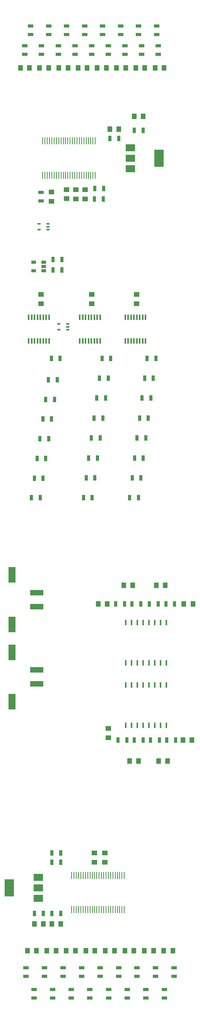
<source format=gtp>
G04 #@! TF.GenerationSoftware,KiCad,Pcbnew,5.1.5-52549c5~84~ubuntu18.04.1*
G04 #@! TF.CreationDate,2020-01-27T20:19:36-05:00*
G04 #@! TF.ProjectId,BMS_peripheral,424d535f-7065-4726-9970-686572616c2e,rev?*
G04 #@! TF.SameCoordinates,Original*
G04 #@! TF.FileFunction,Paste,Top*
G04 #@! TF.FilePolarity,Positive*
%FSLAX46Y46*%
G04 Gerber Fmt 4.6, Leading zero omitted, Abs format (unit mm)*
G04 Created by KiCad (PCBNEW 5.1.5-52549c5~84~ubuntu18.04.1) date 2020-01-27 20:19:36*
%MOMM*%
%LPD*%
G04 APERTURE LIST*
%ADD10R,1.060000X0.650000*%
%ADD11R,0.700000X1.300000*%
%ADD12R,0.400000X1.200000*%
%ADD13R,1.250000X1.000000*%
%ADD14R,1.000000X1.250000*%
%ADD15R,2.000000X1.500000*%
%ADD16R,2.000000X3.800000*%
%ADD17R,1.300000X0.700000*%
%ADD18R,0.300000X1.200000*%
%ADD19R,0.250000X1.500000*%
%ADD20R,0.650000X0.400000*%
%ADD21R,1.650000X3.430000*%
%ADD22R,2.920000X1.270000*%
G04 APERTURE END LIST*
D10*
X124884000Y-170876000D03*
X124884000Y-168976000D03*
X127084000Y-168976000D03*
X127084000Y-169926000D03*
X127084000Y-170876000D03*
D11*
X145862000Y-220428820D03*
X147762000Y-220428820D03*
X146406285Y-216080702D03*
X148306285Y-216080702D03*
X146950570Y-211732585D03*
X148850570Y-211732585D03*
X147494855Y-207384468D03*
X149394855Y-207384468D03*
X148039140Y-203036351D03*
X149939140Y-203036351D03*
X148583425Y-198688234D03*
X150483425Y-198688234D03*
X149127710Y-194340117D03*
X151027710Y-194340117D03*
X149671995Y-189992000D03*
X151571995Y-189992000D03*
D12*
X144881600Y-181042000D03*
X145516600Y-181042000D03*
X146151600Y-181042000D03*
X146786600Y-181042000D03*
X147421600Y-181042000D03*
X148056600Y-181042000D03*
X148691600Y-181042000D03*
X149326600Y-181042000D03*
X149326600Y-186242000D03*
X148691600Y-186242000D03*
X148056600Y-186242000D03*
X147421600Y-186242000D03*
X146786600Y-186242000D03*
X146151600Y-186242000D03*
X145516600Y-186242000D03*
X144881600Y-186242000D03*
D13*
X147396200Y-176038000D03*
X147396200Y-178038000D03*
D14*
X151400000Y-126619000D03*
X153400000Y-126619000D03*
X147190852Y-126619000D03*
X149190852Y-126619000D03*
X142981710Y-126619000D03*
X144981710Y-126619000D03*
X138772568Y-126619000D03*
X140772568Y-126619000D03*
X134563426Y-126619000D03*
X136563426Y-126619000D03*
X130354284Y-126619000D03*
X132354284Y-126619000D03*
X126145142Y-126619000D03*
X128145142Y-126619000D03*
X121936000Y-126619000D03*
X123936000Y-126619000D03*
X125476000Y-319278000D03*
X123476000Y-319278000D03*
X129740914Y-319278000D03*
X127740914Y-319278000D03*
X134005828Y-319278000D03*
X132005828Y-319278000D03*
X138270742Y-319278000D03*
X136270742Y-319278000D03*
X142535656Y-319278000D03*
X140535656Y-319278000D03*
X146800570Y-319278000D03*
X144800570Y-319278000D03*
X151065484Y-319278000D03*
X149065484Y-319278000D03*
X155330400Y-319278000D03*
X153330400Y-319278000D03*
X143494000Y-139954000D03*
X141494000Y-139954000D03*
X128794000Y-313436000D03*
X130794000Y-313436000D03*
D13*
X132080000Y-155162000D03*
X132080000Y-153162000D03*
X134112000Y-155178000D03*
X134112000Y-153178000D03*
X140462000Y-297974000D03*
X140462000Y-299974000D03*
X136144000Y-155178000D03*
X136144000Y-153178000D03*
X138176000Y-297958000D03*
X138176000Y-299958000D03*
D14*
X146828000Y-137160000D03*
X148828000Y-137160000D03*
X126984000Y-313436000D03*
X124984000Y-313436000D03*
X146542000Y-239522000D03*
X144542000Y-239522000D03*
X151654000Y-239522000D03*
X153654000Y-239522000D03*
X152178000Y-277876000D03*
X154178000Y-277876000D03*
X147812000Y-277876000D03*
X145812000Y-277876000D03*
X138970000Y-243586000D03*
X140970000Y-243586000D03*
X159734000Y-243586000D03*
X157734000Y-243586000D03*
X159496000Y-273304000D03*
X157496000Y-273304000D03*
D13*
X141224000Y-272780000D03*
X141224000Y-270780000D03*
X126492000Y-176038000D03*
X126492000Y-178038000D03*
X137579100Y-176038000D03*
X137579100Y-178038000D03*
X128778000Y-155686000D03*
X128778000Y-153686000D03*
D15*
X146023800Y-144004000D03*
X146023800Y-148604000D03*
X146023800Y-146304000D03*
D16*
X152323800Y-146304000D03*
D15*
X125832000Y-307862000D03*
X125832000Y-303262000D03*
X125832000Y-305562000D03*
D16*
X119532000Y-305562000D03*
D17*
X151765000Y-117414000D03*
X151765000Y-119314000D03*
X147828000Y-117414000D03*
X147828000Y-119314000D03*
X143891000Y-117414000D03*
X143891000Y-119314000D03*
X139954000Y-117414000D03*
X139954000Y-119314000D03*
X136017000Y-117414000D03*
X136017000Y-119314000D03*
X132080000Y-117414000D03*
X132080000Y-119314000D03*
X128143000Y-117414000D03*
X128143000Y-119314000D03*
X124206000Y-117414000D03*
X124206000Y-119314000D03*
X124968000Y-329626000D03*
X124968000Y-327726000D03*
X129035628Y-329626000D03*
X129035628Y-327726000D03*
X133103256Y-329626000D03*
X133103256Y-327726000D03*
X137170884Y-329626000D03*
X137170884Y-327726000D03*
X141238512Y-329626000D03*
X141238512Y-327726000D03*
X145306140Y-329626000D03*
X145306140Y-327726000D03*
X149373768Y-329626000D03*
X149373768Y-327726000D03*
X153441400Y-329626000D03*
X153441400Y-327726000D03*
X152146000Y-123632000D03*
X152146000Y-121732000D03*
X148494750Y-123632000D03*
X148494750Y-121732000D03*
X144843500Y-123632000D03*
X144843500Y-121732000D03*
X141192250Y-123632000D03*
X141192250Y-121732000D03*
X137541000Y-123632000D03*
X137541000Y-121732000D03*
X133889750Y-123632000D03*
X133889750Y-121732000D03*
X130238500Y-123632000D03*
X130238500Y-121732000D03*
X126587250Y-123632000D03*
X126587250Y-121732000D03*
X122936000Y-123632000D03*
X122936000Y-121732000D03*
X123190000Y-323001600D03*
X123190000Y-324901600D03*
X127241300Y-323001600D03*
X127241300Y-324901600D03*
X131292600Y-323001600D03*
X131292600Y-324901600D03*
X135343900Y-323001600D03*
X135343900Y-324901600D03*
X139395200Y-323001600D03*
X139395200Y-324901600D03*
X143446500Y-323001600D03*
X143446500Y-324901600D03*
X147497800Y-323001600D03*
X147497800Y-324901600D03*
X151549100Y-323001600D03*
X151549100Y-324901600D03*
X155600400Y-323001600D03*
X155600400Y-324901600D03*
D11*
X141544000Y-141986000D03*
X143444000Y-141986000D03*
X130744000Y-311150000D03*
X128844000Y-311150000D03*
X138242000Y-152908000D03*
X140142000Y-152908000D03*
X128844000Y-299974000D03*
X130744000Y-299974000D03*
X130998000Y-170688000D03*
X129098000Y-170688000D03*
X138176000Y-155194000D03*
X140076000Y-155194000D03*
X128844000Y-297942000D03*
X130744000Y-297942000D03*
X130998000Y-168402000D03*
X129098000Y-168402000D03*
X148778000Y-140208000D03*
X146878000Y-140208000D03*
X125034000Y-311150000D03*
X126934000Y-311150000D03*
X124368520Y-220428820D03*
X126268520Y-220428820D03*
X135750260Y-220428820D03*
X137650260Y-220428820D03*
X124991908Y-216133312D03*
X126891908Y-216133312D03*
X136334096Y-216080702D03*
X138234096Y-216080702D03*
X125615296Y-211837810D03*
X127515296Y-211837810D03*
X136917932Y-211732585D03*
X138817932Y-211732585D03*
X126238684Y-207542308D03*
X128138684Y-207542308D03*
X137501768Y-207384468D03*
X139401768Y-207384468D03*
X144739400Y-243611400D03*
X142839400Y-243611400D03*
X148270000Y-243586000D03*
X146370000Y-243586000D03*
X152080000Y-243586000D03*
X150180000Y-243586000D03*
X155702000Y-243586000D03*
X153802000Y-243586000D03*
X153990000Y-273304000D03*
X155890000Y-273304000D03*
X150434000Y-273304000D03*
X152334000Y-273304000D03*
X146878000Y-273304000D03*
X148778000Y-273304000D03*
X143322000Y-273304000D03*
X145222000Y-273304000D03*
X126862072Y-203246806D03*
X128762072Y-203246806D03*
X138085604Y-203036351D03*
X139985604Y-203036351D03*
X127485460Y-198951304D03*
X129385460Y-198951304D03*
X138669440Y-198688234D03*
X140569440Y-198688234D03*
X128108848Y-194655802D03*
X130008848Y-194655802D03*
X139253276Y-194340117D03*
X141153276Y-194340117D03*
X128732236Y-189992000D03*
X130632236Y-189992000D03*
X139837112Y-189992000D03*
X141737112Y-189992000D03*
D17*
X126492000Y-155636000D03*
X126492000Y-153736000D03*
D18*
X145008600Y-247689200D03*
X146278600Y-247689200D03*
X147548600Y-247689200D03*
X148818600Y-247689200D03*
X150088600Y-247689200D03*
X151358600Y-247689200D03*
X152628600Y-247689200D03*
X153898600Y-256489200D03*
X152628600Y-256489200D03*
X151358600Y-256489200D03*
X150088600Y-256489200D03*
X148818600Y-256489200D03*
X147548600Y-256489200D03*
X146278600Y-256489200D03*
X145008600Y-256489200D03*
X153898600Y-247689200D03*
X153898600Y-270140600D03*
X152628600Y-270140600D03*
X151358600Y-270140600D03*
X150088600Y-270140600D03*
X148818600Y-270140600D03*
X147548600Y-270140600D03*
X146278600Y-270140600D03*
X145008600Y-261340600D03*
X146278600Y-261340600D03*
X147548600Y-261340600D03*
X148818600Y-261340600D03*
X150088600Y-261340600D03*
X151358600Y-261340600D03*
X152628600Y-261340600D03*
X153898600Y-261340600D03*
X145008600Y-270140600D03*
D19*
X138338000Y-150019000D03*
X137838000Y-150019000D03*
X137338000Y-150019000D03*
X136838000Y-150019000D03*
X136338000Y-150019000D03*
X135838000Y-150019000D03*
X135338000Y-150019000D03*
X134838000Y-150019000D03*
X134338000Y-150019000D03*
X133838000Y-150019000D03*
X133338000Y-150019000D03*
X132838000Y-150019000D03*
X132338000Y-150019000D03*
X131838000Y-150019000D03*
X131338000Y-150019000D03*
X130838000Y-150019000D03*
X130338000Y-150019000D03*
X129838000Y-150019000D03*
X129338000Y-150019000D03*
X128838000Y-150019000D03*
X128338000Y-150019000D03*
X127838000Y-150019000D03*
X127338000Y-150019000D03*
X126838000Y-142554000D03*
X127338000Y-142554000D03*
X127838000Y-142554000D03*
X128338000Y-142554000D03*
X128838000Y-142554000D03*
X129338000Y-142554000D03*
X129838000Y-142554000D03*
X130338000Y-142554000D03*
X130838000Y-142554000D03*
X131338000Y-142554000D03*
X131838000Y-142554000D03*
X132338000Y-142554000D03*
X132838000Y-142554000D03*
X133338000Y-142554000D03*
X133838000Y-142554000D03*
X134338000Y-142554000D03*
X134838000Y-142554000D03*
X135338000Y-142554000D03*
X135838000Y-142554000D03*
X136338000Y-142554000D03*
X136838000Y-142554000D03*
X137338000Y-142554000D03*
X137838000Y-142554000D03*
X138338000Y-142554000D03*
X126838000Y-150019000D03*
X133188000Y-302863000D03*
X133688000Y-302863000D03*
X134188000Y-302863000D03*
X134688000Y-302863000D03*
X135188000Y-302863000D03*
X135688000Y-302863000D03*
X136188000Y-302863000D03*
X136688000Y-302863000D03*
X137188000Y-302863000D03*
X137688000Y-302863000D03*
X138188000Y-302863000D03*
X138688000Y-302863000D03*
X139188000Y-302863000D03*
X139688000Y-302863000D03*
X140188000Y-302863000D03*
X140688000Y-302863000D03*
X141188000Y-302863000D03*
X141688000Y-302863000D03*
X142188000Y-302863000D03*
X142688000Y-302863000D03*
X143188000Y-302863000D03*
X143688000Y-302863000D03*
X144188000Y-302863000D03*
X144688000Y-310328000D03*
X144188000Y-310328000D03*
X143688000Y-310328000D03*
X143188000Y-310328000D03*
X142688000Y-310328000D03*
X142188000Y-310328000D03*
X141688000Y-310328000D03*
X141188000Y-310328000D03*
X140688000Y-310328000D03*
X140188000Y-310328000D03*
X139688000Y-310328000D03*
X139188000Y-310328000D03*
X138688000Y-310328000D03*
X138188000Y-310328000D03*
X137688000Y-310328000D03*
X137188000Y-310328000D03*
X136688000Y-310328000D03*
X136188000Y-310328000D03*
X135688000Y-310328000D03*
X135188000Y-310328000D03*
X134688000Y-310328000D03*
X134188000Y-310328000D03*
X133688000Y-310328000D03*
X133188000Y-310328000D03*
X144688000Y-302863000D03*
D20*
X130368000Y-183784000D03*
X130368000Y-182484000D03*
X132268000Y-183134000D03*
X132268000Y-182484000D03*
X132268000Y-183784000D03*
D12*
X123786900Y-181042000D03*
X124421900Y-181042000D03*
X125056900Y-181042000D03*
X125691900Y-181042000D03*
X126326900Y-181042000D03*
X126961900Y-181042000D03*
X127596900Y-181042000D03*
X128231900Y-181042000D03*
X128231900Y-186242000D03*
X127596900Y-186242000D03*
X126961900Y-186242000D03*
X126326900Y-186242000D03*
X125691900Y-186242000D03*
X125056900Y-186242000D03*
X124421900Y-186242000D03*
X123786900Y-186242000D03*
X134969250Y-181042000D03*
X135604250Y-181042000D03*
X136239250Y-181042000D03*
X136874250Y-181042000D03*
X137509250Y-181042000D03*
X138144250Y-181042000D03*
X138779250Y-181042000D03*
X139414250Y-181042000D03*
X139414250Y-186242000D03*
X138779250Y-186242000D03*
X138144250Y-186242000D03*
X137509250Y-186242000D03*
X136874250Y-186242000D03*
X136239250Y-186242000D03*
X135604250Y-186242000D03*
X134969250Y-186242000D03*
D20*
X126050000Y-161940000D03*
X126050000Y-160640000D03*
X127950000Y-161290000D03*
X127950000Y-160640000D03*
X127950000Y-161940000D03*
D21*
X120104400Y-237291600D03*
X120104400Y-248051600D03*
D22*
X125564400Y-241171600D03*
X125564400Y-244171600D03*
D21*
X120104400Y-254157200D03*
X120104400Y-264917200D03*
D22*
X125564400Y-258037200D03*
X125564400Y-261037200D03*
M02*

</source>
